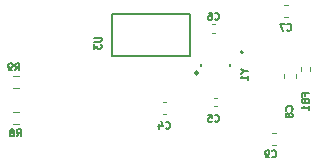
<source format=gbr>
%TF.GenerationSoftware,KiCad,Pcbnew,7.0.6*%
%TF.CreationDate,2023-11-02T18:38:28-04:00*%
%TF.ProjectId,FT2232_Board,46543232-3332-45f4-926f-6172642e6b69,rev?*%
%TF.SameCoordinates,Original*%
%TF.FileFunction,Legend,Bot*%
%TF.FilePolarity,Positive*%
%FSLAX46Y46*%
G04 Gerber Fmt 4.6, Leading zero omitted, Abs format (unit mm)*
G04 Created by KiCad (PCBNEW 7.0.6) date 2023-11-02 18:38:28*
%MOMM*%
%LPD*%
G01*
G04 APERTURE LIST*
%ADD10C,0.150000*%
%ADD11C,0.127000*%
%ADD12C,0.200000*%
%ADD13C,0.250000*%
%ADD14C,0.120000*%
G04 APERTURE END LIST*
D10*
X128558857Y-84956685D02*
X128844571Y-84956685D01*
X128244571Y-84756685D02*
X128558857Y-84956685D01*
X128558857Y-84956685D02*
X128244571Y-85156685D01*
X128844571Y-85670971D02*
X128844571Y-85328114D01*
X128844571Y-85499543D02*
X128244571Y-85499543D01*
X128244571Y-85499543D02*
X128330285Y-85442400D01*
X128330285Y-85442400D02*
X128387428Y-85385257D01*
X128387428Y-85385257D02*
X128416000Y-85328114D01*
X115874771Y-82092857D02*
X116360485Y-82092857D01*
X116360485Y-82092857D02*
X116417628Y-82121428D01*
X116417628Y-82121428D02*
X116446200Y-82150000D01*
X116446200Y-82150000D02*
X116474771Y-82207142D01*
X116474771Y-82207142D02*
X116474771Y-82321428D01*
X116474771Y-82321428D02*
X116446200Y-82378571D01*
X116446200Y-82378571D02*
X116417628Y-82407142D01*
X116417628Y-82407142D02*
X116360485Y-82435714D01*
X116360485Y-82435714D02*
X115874771Y-82435714D01*
X115874771Y-82664285D02*
X115874771Y-83035713D01*
X115874771Y-83035713D02*
X116103342Y-82835713D01*
X116103342Y-82835713D02*
X116103342Y-82921428D01*
X116103342Y-82921428D02*
X116131914Y-82978571D01*
X116131914Y-82978571D02*
X116160485Y-83007142D01*
X116160485Y-83007142D02*
X116217628Y-83035713D01*
X116217628Y-83035713D02*
X116360485Y-83035713D01*
X116360485Y-83035713D02*
X116417628Y-83007142D01*
X116417628Y-83007142D02*
X116446200Y-82978571D01*
X116446200Y-82978571D02*
X116474771Y-82921428D01*
X116474771Y-82921428D02*
X116474771Y-82749999D01*
X116474771Y-82749999D02*
X116446200Y-82692856D01*
X116446200Y-82692856D02*
X116417628Y-82664285D01*
X109296499Y-90439771D02*
X109496499Y-90154057D01*
X109639356Y-90439771D02*
X109639356Y-89839771D01*
X109639356Y-89839771D02*
X109410785Y-89839771D01*
X109410785Y-89839771D02*
X109353642Y-89868342D01*
X109353642Y-89868342D02*
X109325071Y-89896914D01*
X109325071Y-89896914D02*
X109296499Y-89954057D01*
X109296499Y-89954057D02*
X109296499Y-90039771D01*
X109296499Y-90039771D02*
X109325071Y-90096914D01*
X109325071Y-90096914D02*
X109353642Y-90125485D01*
X109353642Y-90125485D02*
X109410785Y-90154057D01*
X109410785Y-90154057D02*
X109639356Y-90154057D01*
X108953642Y-90096914D02*
X109010785Y-90068342D01*
X109010785Y-90068342D02*
X109039356Y-90039771D01*
X109039356Y-90039771D02*
X109067928Y-89982628D01*
X109067928Y-89982628D02*
X109067928Y-89954057D01*
X109067928Y-89954057D02*
X109039356Y-89896914D01*
X109039356Y-89896914D02*
X109010785Y-89868342D01*
X109010785Y-89868342D02*
X108953642Y-89839771D01*
X108953642Y-89839771D02*
X108839356Y-89839771D01*
X108839356Y-89839771D02*
X108782214Y-89868342D01*
X108782214Y-89868342D02*
X108753642Y-89896914D01*
X108753642Y-89896914D02*
X108725071Y-89954057D01*
X108725071Y-89954057D02*
X108725071Y-89982628D01*
X108725071Y-89982628D02*
X108753642Y-90039771D01*
X108753642Y-90039771D02*
X108782214Y-90068342D01*
X108782214Y-90068342D02*
X108839356Y-90096914D01*
X108839356Y-90096914D02*
X108953642Y-90096914D01*
X108953642Y-90096914D02*
X109010785Y-90125485D01*
X109010785Y-90125485D02*
X109039356Y-90154057D01*
X109039356Y-90154057D02*
X109067928Y-90211200D01*
X109067928Y-90211200D02*
X109067928Y-90325485D01*
X109067928Y-90325485D02*
X109039356Y-90382628D01*
X109039356Y-90382628D02*
X109010785Y-90411200D01*
X109010785Y-90411200D02*
X108953642Y-90439771D01*
X108953642Y-90439771D02*
X108839356Y-90439771D01*
X108839356Y-90439771D02*
X108782214Y-90411200D01*
X108782214Y-90411200D02*
X108753642Y-90382628D01*
X108753642Y-90382628D02*
X108725071Y-90325485D01*
X108725071Y-90325485D02*
X108725071Y-90211200D01*
X108725071Y-90211200D02*
X108753642Y-90154057D01*
X108753642Y-90154057D02*
X108782214Y-90125485D01*
X108782214Y-90125485D02*
X108839356Y-90096914D01*
X109169499Y-84851771D02*
X109369499Y-84566057D01*
X109512356Y-84851771D02*
X109512356Y-84251771D01*
X109512356Y-84251771D02*
X109283785Y-84251771D01*
X109283785Y-84251771D02*
X109226642Y-84280342D01*
X109226642Y-84280342D02*
X109198071Y-84308914D01*
X109198071Y-84308914D02*
X109169499Y-84366057D01*
X109169499Y-84366057D02*
X109169499Y-84451771D01*
X109169499Y-84451771D02*
X109198071Y-84508914D01*
X109198071Y-84508914D02*
X109226642Y-84537485D01*
X109226642Y-84537485D02*
X109283785Y-84566057D01*
X109283785Y-84566057D02*
X109512356Y-84566057D01*
X108883785Y-84851771D02*
X108769499Y-84851771D01*
X108769499Y-84851771D02*
X108712356Y-84823200D01*
X108712356Y-84823200D02*
X108683785Y-84794628D01*
X108683785Y-84794628D02*
X108626642Y-84708914D01*
X108626642Y-84708914D02*
X108598071Y-84594628D01*
X108598071Y-84594628D02*
X108598071Y-84366057D01*
X108598071Y-84366057D02*
X108626642Y-84308914D01*
X108626642Y-84308914D02*
X108655214Y-84280342D01*
X108655214Y-84280342D02*
X108712356Y-84251771D01*
X108712356Y-84251771D02*
X108826642Y-84251771D01*
X108826642Y-84251771D02*
X108883785Y-84280342D01*
X108883785Y-84280342D02*
X108912356Y-84308914D01*
X108912356Y-84308914D02*
X108940928Y-84366057D01*
X108940928Y-84366057D02*
X108940928Y-84508914D01*
X108940928Y-84508914D02*
X108912356Y-84566057D01*
X108912356Y-84566057D02*
X108883785Y-84594628D01*
X108883785Y-84594628D02*
X108826642Y-84623200D01*
X108826642Y-84623200D02*
X108712356Y-84623200D01*
X108712356Y-84623200D02*
X108655214Y-84594628D01*
X108655214Y-84594628D02*
X108626642Y-84566057D01*
X108626642Y-84566057D02*
X108598071Y-84508914D01*
X133737285Y-86989700D02*
X133737285Y-86789700D01*
X134051571Y-86789700D02*
X133451571Y-86789700D01*
X133451571Y-86789700D02*
X133451571Y-87075414D01*
X133737285Y-87503986D02*
X133765857Y-87589700D01*
X133765857Y-87589700D02*
X133794428Y-87618271D01*
X133794428Y-87618271D02*
X133851571Y-87646843D01*
X133851571Y-87646843D02*
X133937285Y-87646843D01*
X133937285Y-87646843D02*
X133994428Y-87618271D01*
X133994428Y-87618271D02*
X134023000Y-87589700D01*
X134023000Y-87589700D02*
X134051571Y-87532557D01*
X134051571Y-87532557D02*
X134051571Y-87303986D01*
X134051571Y-87303986D02*
X133451571Y-87303986D01*
X133451571Y-87303986D02*
X133451571Y-87503986D01*
X133451571Y-87503986D02*
X133480142Y-87561129D01*
X133480142Y-87561129D02*
X133508714Y-87589700D01*
X133508714Y-87589700D02*
X133565857Y-87618271D01*
X133565857Y-87618271D02*
X133623000Y-87618271D01*
X133623000Y-87618271D02*
X133680142Y-87589700D01*
X133680142Y-87589700D02*
X133708714Y-87561129D01*
X133708714Y-87561129D02*
X133737285Y-87503986D01*
X133737285Y-87503986D02*
X133737285Y-87303986D01*
X134051571Y-88218271D02*
X134051571Y-87875414D01*
X134051571Y-88046843D02*
X133451571Y-88046843D01*
X133451571Y-88046843D02*
X133537285Y-87989700D01*
X133537285Y-87989700D02*
X133594428Y-87932557D01*
X133594428Y-87932557D02*
X133623000Y-87875414D01*
X121892999Y-89747628D02*
X121921571Y-89776200D01*
X121921571Y-89776200D02*
X122007285Y-89804771D01*
X122007285Y-89804771D02*
X122064428Y-89804771D01*
X122064428Y-89804771D02*
X122150142Y-89776200D01*
X122150142Y-89776200D02*
X122207285Y-89719057D01*
X122207285Y-89719057D02*
X122235856Y-89661914D01*
X122235856Y-89661914D02*
X122264428Y-89547628D01*
X122264428Y-89547628D02*
X122264428Y-89461914D01*
X122264428Y-89461914D02*
X122235856Y-89347628D01*
X122235856Y-89347628D02*
X122207285Y-89290485D01*
X122207285Y-89290485D02*
X122150142Y-89233342D01*
X122150142Y-89233342D02*
X122064428Y-89204771D01*
X122064428Y-89204771D02*
X122007285Y-89204771D01*
X122007285Y-89204771D02*
X121921571Y-89233342D01*
X121921571Y-89233342D02*
X121892999Y-89261914D01*
X121378714Y-89404771D02*
X121378714Y-89804771D01*
X121521571Y-89176200D02*
X121664428Y-89604771D01*
X121664428Y-89604771D02*
X121292999Y-89604771D01*
X126051399Y-89162228D02*
X126079971Y-89190800D01*
X126079971Y-89190800D02*
X126165685Y-89219371D01*
X126165685Y-89219371D02*
X126222828Y-89219371D01*
X126222828Y-89219371D02*
X126308542Y-89190800D01*
X126308542Y-89190800D02*
X126365685Y-89133657D01*
X126365685Y-89133657D02*
X126394256Y-89076514D01*
X126394256Y-89076514D02*
X126422828Y-88962228D01*
X126422828Y-88962228D02*
X126422828Y-88876514D01*
X126422828Y-88876514D02*
X126394256Y-88762228D01*
X126394256Y-88762228D02*
X126365685Y-88705085D01*
X126365685Y-88705085D02*
X126308542Y-88647942D01*
X126308542Y-88647942D02*
X126222828Y-88619371D01*
X126222828Y-88619371D02*
X126165685Y-88619371D01*
X126165685Y-88619371D02*
X126079971Y-88647942D01*
X126079971Y-88647942D02*
X126051399Y-88676514D01*
X125508542Y-88619371D02*
X125794256Y-88619371D01*
X125794256Y-88619371D02*
X125822828Y-88905085D01*
X125822828Y-88905085D02*
X125794256Y-88876514D01*
X125794256Y-88876514D02*
X125737114Y-88847942D01*
X125737114Y-88847942D02*
X125594256Y-88847942D01*
X125594256Y-88847942D02*
X125537114Y-88876514D01*
X125537114Y-88876514D02*
X125508542Y-88905085D01*
X125508542Y-88905085D02*
X125479971Y-88962228D01*
X125479971Y-88962228D02*
X125479971Y-89105085D01*
X125479971Y-89105085D02*
X125508542Y-89162228D01*
X125508542Y-89162228D02*
X125537114Y-89190800D01*
X125537114Y-89190800D02*
X125594256Y-89219371D01*
X125594256Y-89219371D02*
X125737114Y-89219371D01*
X125737114Y-89219371D02*
X125794256Y-89190800D01*
X125794256Y-89190800D02*
X125822828Y-89162228D01*
X126051399Y-80526228D02*
X126079971Y-80554800D01*
X126079971Y-80554800D02*
X126165685Y-80583371D01*
X126165685Y-80583371D02*
X126222828Y-80583371D01*
X126222828Y-80583371D02*
X126308542Y-80554800D01*
X126308542Y-80554800D02*
X126365685Y-80497657D01*
X126365685Y-80497657D02*
X126394256Y-80440514D01*
X126394256Y-80440514D02*
X126422828Y-80326228D01*
X126422828Y-80326228D02*
X126422828Y-80240514D01*
X126422828Y-80240514D02*
X126394256Y-80126228D01*
X126394256Y-80126228D02*
X126365685Y-80069085D01*
X126365685Y-80069085D02*
X126308542Y-80011942D01*
X126308542Y-80011942D02*
X126222828Y-79983371D01*
X126222828Y-79983371D02*
X126165685Y-79983371D01*
X126165685Y-79983371D02*
X126079971Y-80011942D01*
X126079971Y-80011942D02*
X126051399Y-80040514D01*
X125537114Y-79983371D02*
X125651399Y-79983371D01*
X125651399Y-79983371D02*
X125708542Y-80011942D01*
X125708542Y-80011942D02*
X125737114Y-80040514D01*
X125737114Y-80040514D02*
X125794256Y-80126228D01*
X125794256Y-80126228D02*
X125822828Y-80240514D01*
X125822828Y-80240514D02*
X125822828Y-80469085D01*
X125822828Y-80469085D02*
X125794256Y-80526228D01*
X125794256Y-80526228D02*
X125765685Y-80554800D01*
X125765685Y-80554800D02*
X125708542Y-80583371D01*
X125708542Y-80583371D02*
X125594256Y-80583371D01*
X125594256Y-80583371D02*
X125537114Y-80554800D01*
X125537114Y-80554800D02*
X125508542Y-80526228D01*
X125508542Y-80526228D02*
X125479971Y-80469085D01*
X125479971Y-80469085D02*
X125479971Y-80326228D01*
X125479971Y-80326228D02*
X125508542Y-80269085D01*
X125508542Y-80269085D02*
X125537114Y-80240514D01*
X125537114Y-80240514D02*
X125594256Y-80211942D01*
X125594256Y-80211942D02*
X125708542Y-80211942D01*
X125708542Y-80211942D02*
X125765685Y-80240514D01*
X125765685Y-80240514D02*
X125794256Y-80269085D01*
X125794256Y-80269085D02*
X125822828Y-80326228D01*
X132179999Y-81449428D02*
X132208571Y-81478000D01*
X132208571Y-81478000D02*
X132294285Y-81506571D01*
X132294285Y-81506571D02*
X132351428Y-81506571D01*
X132351428Y-81506571D02*
X132437142Y-81478000D01*
X132437142Y-81478000D02*
X132494285Y-81420857D01*
X132494285Y-81420857D02*
X132522856Y-81363714D01*
X132522856Y-81363714D02*
X132551428Y-81249428D01*
X132551428Y-81249428D02*
X132551428Y-81163714D01*
X132551428Y-81163714D02*
X132522856Y-81049428D01*
X132522856Y-81049428D02*
X132494285Y-80992285D01*
X132494285Y-80992285D02*
X132437142Y-80935142D01*
X132437142Y-80935142D02*
X132351428Y-80906571D01*
X132351428Y-80906571D02*
X132294285Y-80906571D01*
X132294285Y-80906571D02*
X132208571Y-80935142D01*
X132208571Y-80935142D02*
X132179999Y-80963714D01*
X131979999Y-80906571D02*
X131579999Y-80906571D01*
X131579999Y-80906571D02*
X131837142Y-81506571D01*
X130909999Y-92160628D02*
X130938571Y-92189200D01*
X130938571Y-92189200D02*
X131024285Y-92217771D01*
X131024285Y-92217771D02*
X131081428Y-92217771D01*
X131081428Y-92217771D02*
X131167142Y-92189200D01*
X131167142Y-92189200D02*
X131224285Y-92132057D01*
X131224285Y-92132057D02*
X131252856Y-92074914D01*
X131252856Y-92074914D02*
X131281428Y-91960628D01*
X131281428Y-91960628D02*
X131281428Y-91874914D01*
X131281428Y-91874914D02*
X131252856Y-91760628D01*
X131252856Y-91760628D02*
X131224285Y-91703485D01*
X131224285Y-91703485D02*
X131167142Y-91646342D01*
X131167142Y-91646342D02*
X131081428Y-91617771D01*
X131081428Y-91617771D02*
X131024285Y-91617771D01*
X131024285Y-91617771D02*
X130938571Y-91646342D01*
X130938571Y-91646342D02*
X130909999Y-91674914D01*
X130624285Y-92217771D02*
X130509999Y-92217771D01*
X130509999Y-92217771D02*
X130452856Y-92189200D01*
X130452856Y-92189200D02*
X130424285Y-92160628D01*
X130424285Y-92160628D02*
X130367142Y-92074914D01*
X130367142Y-92074914D02*
X130338571Y-91960628D01*
X130338571Y-91960628D02*
X130338571Y-91732057D01*
X130338571Y-91732057D02*
X130367142Y-91674914D01*
X130367142Y-91674914D02*
X130395714Y-91646342D01*
X130395714Y-91646342D02*
X130452856Y-91617771D01*
X130452856Y-91617771D02*
X130567142Y-91617771D01*
X130567142Y-91617771D02*
X130624285Y-91646342D01*
X130624285Y-91646342D02*
X130652856Y-91674914D01*
X130652856Y-91674914D02*
X130681428Y-91732057D01*
X130681428Y-91732057D02*
X130681428Y-91874914D01*
X130681428Y-91874914D02*
X130652856Y-91932057D01*
X130652856Y-91932057D02*
X130624285Y-91960628D01*
X130624285Y-91960628D02*
X130567142Y-91989200D01*
X130567142Y-91989200D02*
X130452856Y-91989200D01*
X130452856Y-91989200D02*
X130395714Y-91960628D01*
X130395714Y-91960628D02*
X130367142Y-91932057D01*
X130367142Y-91932057D02*
X130338571Y-91874914D01*
X132600428Y-88262900D02*
X132629000Y-88234328D01*
X132629000Y-88234328D02*
X132657571Y-88148614D01*
X132657571Y-88148614D02*
X132657571Y-88091471D01*
X132657571Y-88091471D02*
X132629000Y-88005757D01*
X132629000Y-88005757D02*
X132571857Y-87948614D01*
X132571857Y-87948614D02*
X132514714Y-87920043D01*
X132514714Y-87920043D02*
X132400428Y-87891471D01*
X132400428Y-87891471D02*
X132314714Y-87891471D01*
X132314714Y-87891471D02*
X132200428Y-87920043D01*
X132200428Y-87920043D02*
X132143285Y-87948614D01*
X132143285Y-87948614D02*
X132086142Y-88005757D01*
X132086142Y-88005757D02*
X132057571Y-88091471D01*
X132057571Y-88091471D02*
X132057571Y-88148614D01*
X132057571Y-88148614D02*
X132086142Y-88234328D01*
X132086142Y-88234328D02*
X132114714Y-88262900D01*
X132314714Y-88605757D02*
X132286142Y-88548614D01*
X132286142Y-88548614D02*
X132257571Y-88520043D01*
X132257571Y-88520043D02*
X132200428Y-88491471D01*
X132200428Y-88491471D02*
X132171857Y-88491471D01*
X132171857Y-88491471D02*
X132114714Y-88520043D01*
X132114714Y-88520043D02*
X132086142Y-88548614D01*
X132086142Y-88548614D02*
X132057571Y-88605757D01*
X132057571Y-88605757D02*
X132057571Y-88720043D01*
X132057571Y-88720043D02*
X132086142Y-88777186D01*
X132086142Y-88777186D02*
X132114714Y-88805757D01*
X132114714Y-88805757D02*
X132171857Y-88834328D01*
X132171857Y-88834328D02*
X132200428Y-88834328D01*
X132200428Y-88834328D02*
X132257571Y-88805757D01*
X132257571Y-88805757D02*
X132286142Y-88777186D01*
X132286142Y-88777186D02*
X132314714Y-88720043D01*
X132314714Y-88720043D02*
X132314714Y-88605757D01*
X132314714Y-88605757D02*
X132343285Y-88548614D01*
X132343285Y-88548614D02*
X132371857Y-88520043D01*
X132371857Y-88520043D02*
X132429000Y-88491471D01*
X132429000Y-88491471D02*
X132543285Y-88491471D01*
X132543285Y-88491471D02*
X132600428Y-88520043D01*
X132600428Y-88520043D02*
X132629000Y-88548614D01*
X132629000Y-88548614D02*
X132657571Y-88605757D01*
X132657571Y-88605757D02*
X132657571Y-88720043D01*
X132657571Y-88720043D02*
X132629000Y-88777186D01*
X132629000Y-88777186D02*
X132600428Y-88805757D01*
X132600428Y-88805757D02*
X132543285Y-88834328D01*
X132543285Y-88834328D02*
X132429000Y-88834328D01*
X132429000Y-88834328D02*
X132371857Y-88805757D01*
X132371857Y-88805757D02*
X132343285Y-88777186D01*
X132343285Y-88777186D02*
X132314714Y-88720043D01*
D11*
%TO.C,Y1*%
X124886400Y-84349600D02*
X124886400Y-84509600D01*
X127386400Y-84349600D02*
X127386400Y-84509600D01*
D12*
X128436400Y-83329600D02*
G75*
G03*
X128436400Y-83329600I-100000J0D01*
G01*
%TO.C,U3*%
D13*
X124650000Y-85078428D02*
G75*
G03*
X124650000Y-85078428I-125000J0D01*
G01*
D10*
X123925000Y-83653428D02*
X123925000Y-80103428D01*
X123925000Y-83653428D02*
X117375000Y-83653428D01*
X117375000Y-83653428D02*
X117375000Y-80103428D01*
X123925000Y-80103428D02*
X117375000Y-80103428D01*
D14*
%TO.C,R8*%
X109451224Y-88377500D02*
X108941776Y-88377500D01*
X109451224Y-89422500D02*
X108941776Y-89422500D01*
%TO.C,R9*%
X108965276Y-86374500D02*
X109474724Y-86374500D01*
X108965276Y-85329500D02*
X109474724Y-85329500D01*
%TO.C,FB1*%
X134161800Y-84617579D02*
X134161800Y-84952821D01*
X133401800Y-84617579D02*
X133401800Y-84952821D01*
%TO.C,C4*%
X121646733Y-88521000D02*
X121939267Y-88521000D01*
X121646733Y-87501000D02*
X121939267Y-87501000D01*
%TO.C,C5*%
X126038065Y-87889600D02*
X126269735Y-87889600D01*
X126038065Y-87169600D02*
X126269735Y-87169600D01*
%TO.C,C6*%
X126067235Y-80969600D02*
X125835565Y-80969600D01*
X126067235Y-81689600D02*
X125835565Y-81689600D01*
%TO.C,C7*%
X131933733Y-80316800D02*
X132226267Y-80316800D01*
X131933733Y-79296800D02*
X132226267Y-79296800D01*
%TO.C,C9*%
X131210267Y-90168000D02*
X130917733Y-90168000D01*
X131210267Y-91188000D02*
X130917733Y-91188000D01*
%TO.C,C8*%
X131951000Y-85197733D02*
X131951000Y-85490267D01*
X132971000Y-85197733D02*
X132971000Y-85490267D01*
%TD*%
M02*

</source>
